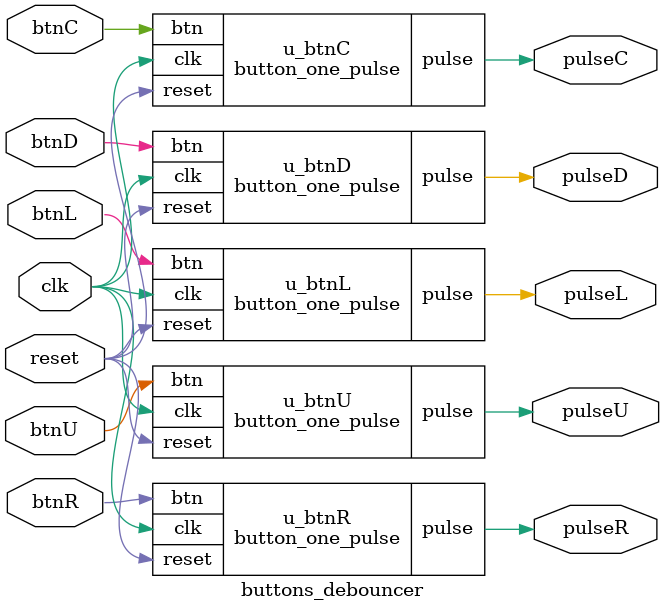
<source format=v>
module button_one_pulse( input clk, input reset, input btn, output reg pulse );
    reg btn_d;

    always @(posedge clk or posedge reset) begin
        if (reset) begin
            btn_d  <= 1'b0;
            pulse  <= 1'b0;
        end else begin
            // rising edge detect
            pulse <= btn & ~btn_d;
            btn_d <= btn;
        end
    end
endmodule

// Debouncer for all 5 buttons using button_one_pulse
module buttons_debouncer (
    input clk, input reset,
    input btnU, input btnD, input btnL, input btnR, input btnC,
    output pulseU, output pulseD, output pulseL, output pulseR, output pulseC
);

    button_one_pulse u_btnU (
        .clk   (clk),
        .reset (reset),
        .btn   (btnU),
        .pulse (pulseU)
    );

    button_one_pulse u_btnD (
        .clk   (clk),
        .reset (reset),
        .btn   (btnD),
        .pulse (pulseD)
    );

    button_one_pulse u_btnL (
        .clk   (clk),
        .reset (reset),
        .btn   (btnL),
        .pulse (pulseL)
    );

    button_one_pulse u_btnR (
        .clk   (clk),
        .reset (reset),
        .btn   (btnR),
        .pulse (pulseR)
    );

    button_one_pulse u_btnC (
        .clk   (clk),
        .reset (reset),
        .btn   (btnC),
        .pulse (pulseC)
    );

endmodule

</source>
